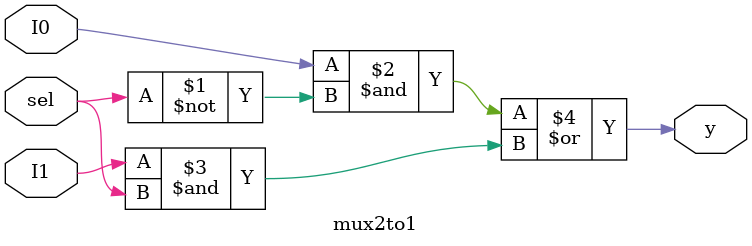
<source format=v>
`timescale 1ns / 1ps
module mux2to1(y,sel,I0,I1);
output y;
input sel,I0,I1;
assign y = I0 & ~sel | I1 & sel;
endmodule

</source>
